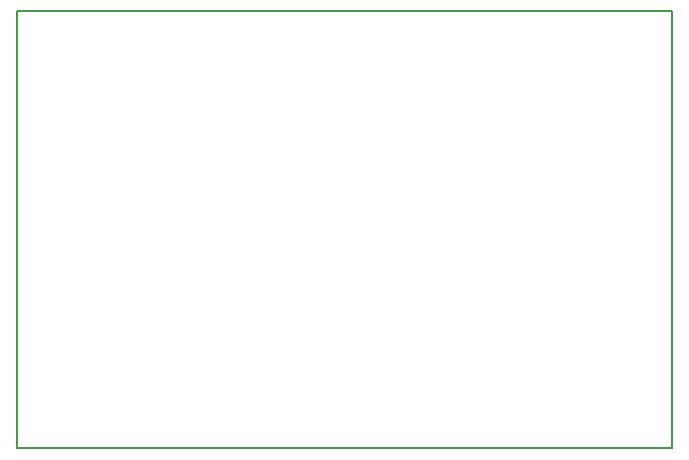
<source format=gbr>
G04 CAM Products 2000  RS274-X Output*
G04 Serial Number: 0000-00-00000*
G04 File Name:Z:\media\yandex\zakaz_moduli_lcd_bt\lcd_shield\gerberRS274X\lcd_modul_BoardOutline.gbr *
%FSLAX34Y34*%
%MOIN*%
%SFA1B1*%

%IPPOS*%
%ADD11C,0.006000*%
%ADD13C,0.013000*%
%ADD14C,0.025000*%
%ADD15R,0.070900X0.063000*%
%ADD16R,0.059100X0.059100*%
%ADD17C,0.059100*%
%ADD18C,0.066000*%
%ADD19R,0.033500X0.039400*%
%ADD20R,0.063000X0.070900*%
%ADD21R,0.023600X0.078700*%
%ADD22C,0.078700*%
%ADD26R,0.031600X0.086700*%
%ADD28R,0.071000X0.078900*%
%ADD30R,0.041500X0.047400*%
%ADD32C,0.074000*%
%ADD34C,0.067100*%
%ADD36R,0.067100X0.067100*%
%ADD38R,0.078900X0.071000*%
%ADD41C,0.004600*%
%ADD42C,0.007700*%
%ADD500C,0.035400*%
%ADD501C,0.039400*%
%ADD502C,0.078700*%
%LNlcd_modul_BoardOutline-1*%
%LPD*%
G54D11*
X3940Y18504D02*
Y3940D01*
X25755*
X25751Y18503*
X3940Y18504*
M02*
</source>
